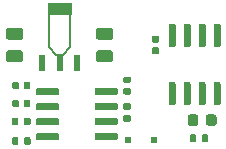
<source format=gbr>
G04 #@! TF.GenerationSoftware,KiCad,Pcbnew,(5.1.5)-3*
G04 #@! TF.CreationDate,2021-01-13T22:22:19-08:00*
G04 #@! TF.ProjectId,MoistureSensor,4d6f6973-7475-4726-9553-656e736f722e,rev?*
G04 #@! TF.SameCoordinates,Original*
G04 #@! TF.FileFunction,Paste,Top*
G04 #@! TF.FilePolarity,Positive*
%FSLAX46Y46*%
G04 Gerber Fmt 4.6, Leading zero omitted, Abs format (unit mm)*
G04 Created by KiCad (PCBNEW (5.1.5)-3) date 2021-01-13 22:22:19*
%MOMM*%
%LPD*%
G04 APERTURE LIST*
%ADD10C,0.152400*%
%ADD11R,0.482600X1.397000*%
%ADD12R,0.558800X1.397000*%
%ADD13R,2.000000X1.000000*%
%ADD14C,0.100000*%
%ADD15R,0.500000X0.500000*%
G04 APERTURE END LIST*
D10*
X135356600Y-68148200D02*
X135356600Y-68148200D01*
X135356600Y-68148200D02*
X134721600Y-67513200D01*
X134721600Y-67513200D02*
X134721600Y-63931800D01*
X134721600Y-63931800D02*
X136550400Y-63931800D01*
X136550400Y-63931800D02*
X136550400Y-67513200D01*
X136550400Y-67513200D02*
X135915400Y-68148200D01*
X135915400Y-68148200D02*
X135915400Y-68148200D01*
X135915400Y-68148200D02*
X135356600Y-68148200D01*
D11*
X134137400Y-68846700D03*
D12*
X135636000Y-68846700D03*
D11*
X137134600Y-68846700D03*
D13*
X135636000Y-64262000D03*
D14*
G36*
X135461203Y-74757722D02*
G01*
X135475764Y-74759882D01*
X135490043Y-74763459D01*
X135503903Y-74768418D01*
X135517210Y-74774712D01*
X135529836Y-74782280D01*
X135541659Y-74791048D01*
X135552566Y-74800934D01*
X135562452Y-74811841D01*
X135571220Y-74823664D01*
X135578788Y-74836290D01*
X135585082Y-74849597D01*
X135590041Y-74863457D01*
X135593618Y-74877736D01*
X135595778Y-74892297D01*
X135596500Y-74907000D01*
X135596500Y-75207000D01*
X135595778Y-75221703D01*
X135593618Y-75236264D01*
X135590041Y-75250543D01*
X135585082Y-75264403D01*
X135578788Y-75277710D01*
X135571220Y-75290336D01*
X135562452Y-75302159D01*
X135552566Y-75313066D01*
X135541659Y-75322952D01*
X135529836Y-75331720D01*
X135517210Y-75339288D01*
X135503903Y-75345582D01*
X135490043Y-75350541D01*
X135475764Y-75354118D01*
X135461203Y-75356278D01*
X135446500Y-75357000D01*
X133796500Y-75357000D01*
X133781797Y-75356278D01*
X133767236Y-75354118D01*
X133752957Y-75350541D01*
X133739097Y-75345582D01*
X133725790Y-75339288D01*
X133713164Y-75331720D01*
X133701341Y-75322952D01*
X133690434Y-75313066D01*
X133680548Y-75302159D01*
X133671780Y-75290336D01*
X133664212Y-75277710D01*
X133657918Y-75264403D01*
X133652959Y-75250543D01*
X133649382Y-75236264D01*
X133647222Y-75221703D01*
X133646500Y-75207000D01*
X133646500Y-74907000D01*
X133647222Y-74892297D01*
X133649382Y-74877736D01*
X133652959Y-74863457D01*
X133657918Y-74849597D01*
X133664212Y-74836290D01*
X133671780Y-74823664D01*
X133680548Y-74811841D01*
X133690434Y-74800934D01*
X133701341Y-74791048D01*
X133713164Y-74782280D01*
X133725790Y-74774712D01*
X133739097Y-74768418D01*
X133752957Y-74763459D01*
X133767236Y-74759882D01*
X133781797Y-74757722D01*
X133796500Y-74757000D01*
X135446500Y-74757000D01*
X135461203Y-74757722D01*
G37*
G36*
X135461203Y-73487722D02*
G01*
X135475764Y-73489882D01*
X135490043Y-73493459D01*
X135503903Y-73498418D01*
X135517210Y-73504712D01*
X135529836Y-73512280D01*
X135541659Y-73521048D01*
X135552566Y-73530934D01*
X135562452Y-73541841D01*
X135571220Y-73553664D01*
X135578788Y-73566290D01*
X135585082Y-73579597D01*
X135590041Y-73593457D01*
X135593618Y-73607736D01*
X135595778Y-73622297D01*
X135596500Y-73637000D01*
X135596500Y-73937000D01*
X135595778Y-73951703D01*
X135593618Y-73966264D01*
X135590041Y-73980543D01*
X135585082Y-73994403D01*
X135578788Y-74007710D01*
X135571220Y-74020336D01*
X135562452Y-74032159D01*
X135552566Y-74043066D01*
X135541659Y-74052952D01*
X135529836Y-74061720D01*
X135517210Y-74069288D01*
X135503903Y-74075582D01*
X135490043Y-74080541D01*
X135475764Y-74084118D01*
X135461203Y-74086278D01*
X135446500Y-74087000D01*
X133796500Y-74087000D01*
X133781797Y-74086278D01*
X133767236Y-74084118D01*
X133752957Y-74080541D01*
X133739097Y-74075582D01*
X133725790Y-74069288D01*
X133713164Y-74061720D01*
X133701341Y-74052952D01*
X133690434Y-74043066D01*
X133680548Y-74032159D01*
X133671780Y-74020336D01*
X133664212Y-74007710D01*
X133657918Y-73994403D01*
X133652959Y-73980543D01*
X133649382Y-73966264D01*
X133647222Y-73951703D01*
X133646500Y-73937000D01*
X133646500Y-73637000D01*
X133647222Y-73622297D01*
X133649382Y-73607736D01*
X133652959Y-73593457D01*
X133657918Y-73579597D01*
X133664212Y-73566290D01*
X133671780Y-73553664D01*
X133680548Y-73541841D01*
X133690434Y-73530934D01*
X133701341Y-73521048D01*
X133713164Y-73512280D01*
X133725790Y-73504712D01*
X133739097Y-73498418D01*
X133752957Y-73493459D01*
X133767236Y-73489882D01*
X133781797Y-73487722D01*
X133796500Y-73487000D01*
X135446500Y-73487000D01*
X135461203Y-73487722D01*
G37*
G36*
X135461203Y-72217722D02*
G01*
X135475764Y-72219882D01*
X135490043Y-72223459D01*
X135503903Y-72228418D01*
X135517210Y-72234712D01*
X135529836Y-72242280D01*
X135541659Y-72251048D01*
X135552566Y-72260934D01*
X135562452Y-72271841D01*
X135571220Y-72283664D01*
X135578788Y-72296290D01*
X135585082Y-72309597D01*
X135590041Y-72323457D01*
X135593618Y-72337736D01*
X135595778Y-72352297D01*
X135596500Y-72367000D01*
X135596500Y-72667000D01*
X135595778Y-72681703D01*
X135593618Y-72696264D01*
X135590041Y-72710543D01*
X135585082Y-72724403D01*
X135578788Y-72737710D01*
X135571220Y-72750336D01*
X135562452Y-72762159D01*
X135552566Y-72773066D01*
X135541659Y-72782952D01*
X135529836Y-72791720D01*
X135517210Y-72799288D01*
X135503903Y-72805582D01*
X135490043Y-72810541D01*
X135475764Y-72814118D01*
X135461203Y-72816278D01*
X135446500Y-72817000D01*
X133796500Y-72817000D01*
X133781797Y-72816278D01*
X133767236Y-72814118D01*
X133752957Y-72810541D01*
X133739097Y-72805582D01*
X133725790Y-72799288D01*
X133713164Y-72791720D01*
X133701341Y-72782952D01*
X133690434Y-72773066D01*
X133680548Y-72762159D01*
X133671780Y-72750336D01*
X133664212Y-72737710D01*
X133657918Y-72724403D01*
X133652959Y-72710543D01*
X133649382Y-72696264D01*
X133647222Y-72681703D01*
X133646500Y-72667000D01*
X133646500Y-72367000D01*
X133647222Y-72352297D01*
X133649382Y-72337736D01*
X133652959Y-72323457D01*
X133657918Y-72309597D01*
X133664212Y-72296290D01*
X133671780Y-72283664D01*
X133680548Y-72271841D01*
X133690434Y-72260934D01*
X133701341Y-72251048D01*
X133713164Y-72242280D01*
X133725790Y-72234712D01*
X133739097Y-72228418D01*
X133752957Y-72223459D01*
X133767236Y-72219882D01*
X133781797Y-72217722D01*
X133796500Y-72217000D01*
X135446500Y-72217000D01*
X135461203Y-72217722D01*
G37*
G36*
X135461203Y-70947722D02*
G01*
X135475764Y-70949882D01*
X135490043Y-70953459D01*
X135503903Y-70958418D01*
X135517210Y-70964712D01*
X135529836Y-70972280D01*
X135541659Y-70981048D01*
X135552566Y-70990934D01*
X135562452Y-71001841D01*
X135571220Y-71013664D01*
X135578788Y-71026290D01*
X135585082Y-71039597D01*
X135590041Y-71053457D01*
X135593618Y-71067736D01*
X135595778Y-71082297D01*
X135596500Y-71097000D01*
X135596500Y-71397000D01*
X135595778Y-71411703D01*
X135593618Y-71426264D01*
X135590041Y-71440543D01*
X135585082Y-71454403D01*
X135578788Y-71467710D01*
X135571220Y-71480336D01*
X135562452Y-71492159D01*
X135552566Y-71503066D01*
X135541659Y-71512952D01*
X135529836Y-71521720D01*
X135517210Y-71529288D01*
X135503903Y-71535582D01*
X135490043Y-71540541D01*
X135475764Y-71544118D01*
X135461203Y-71546278D01*
X135446500Y-71547000D01*
X133796500Y-71547000D01*
X133781797Y-71546278D01*
X133767236Y-71544118D01*
X133752957Y-71540541D01*
X133739097Y-71535582D01*
X133725790Y-71529288D01*
X133713164Y-71521720D01*
X133701341Y-71512952D01*
X133690434Y-71503066D01*
X133680548Y-71492159D01*
X133671780Y-71480336D01*
X133664212Y-71467710D01*
X133657918Y-71454403D01*
X133652959Y-71440543D01*
X133649382Y-71426264D01*
X133647222Y-71411703D01*
X133646500Y-71397000D01*
X133646500Y-71097000D01*
X133647222Y-71082297D01*
X133649382Y-71067736D01*
X133652959Y-71053457D01*
X133657918Y-71039597D01*
X133664212Y-71026290D01*
X133671780Y-71013664D01*
X133680548Y-71001841D01*
X133690434Y-70990934D01*
X133701341Y-70981048D01*
X133713164Y-70972280D01*
X133725790Y-70964712D01*
X133739097Y-70958418D01*
X133752957Y-70953459D01*
X133767236Y-70949882D01*
X133781797Y-70947722D01*
X133796500Y-70947000D01*
X135446500Y-70947000D01*
X135461203Y-70947722D01*
G37*
G36*
X140411203Y-70947722D02*
G01*
X140425764Y-70949882D01*
X140440043Y-70953459D01*
X140453903Y-70958418D01*
X140467210Y-70964712D01*
X140479836Y-70972280D01*
X140491659Y-70981048D01*
X140502566Y-70990934D01*
X140512452Y-71001841D01*
X140521220Y-71013664D01*
X140528788Y-71026290D01*
X140535082Y-71039597D01*
X140540041Y-71053457D01*
X140543618Y-71067736D01*
X140545778Y-71082297D01*
X140546500Y-71097000D01*
X140546500Y-71397000D01*
X140545778Y-71411703D01*
X140543618Y-71426264D01*
X140540041Y-71440543D01*
X140535082Y-71454403D01*
X140528788Y-71467710D01*
X140521220Y-71480336D01*
X140512452Y-71492159D01*
X140502566Y-71503066D01*
X140491659Y-71512952D01*
X140479836Y-71521720D01*
X140467210Y-71529288D01*
X140453903Y-71535582D01*
X140440043Y-71540541D01*
X140425764Y-71544118D01*
X140411203Y-71546278D01*
X140396500Y-71547000D01*
X138746500Y-71547000D01*
X138731797Y-71546278D01*
X138717236Y-71544118D01*
X138702957Y-71540541D01*
X138689097Y-71535582D01*
X138675790Y-71529288D01*
X138663164Y-71521720D01*
X138651341Y-71512952D01*
X138640434Y-71503066D01*
X138630548Y-71492159D01*
X138621780Y-71480336D01*
X138614212Y-71467710D01*
X138607918Y-71454403D01*
X138602959Y-71440543D01*
X138599382Y-71426264D01*
X138597222Y-71411703D01*
X138596500Y-71397000D01*
X138596500Y-71097000D01*
X138597222Y-71082297D01*
X138599382Y-71067736D01*
X138602959Y-71053457D01*
X138607918Y-71039597D01*
X138614212Y-71026290D01*
X138621780Y-71013664D01*
X138630548Y-71001841D01*
X138640434Y-70990934D01*
X138651341Y-70981048D01*
X138663164Y-70972280D01*
X138675790Y-70964712D01*
X138689097Y-70958418D01*
X138702957Y-70953459D01*
X138717236Y-70949882D01*
X138731797Y-70947722D01*
X138746500Y-70947000D01*
X140396500Y-70947000D01*
X140411203Y-70947722D01*
G37*
G36*
X140411203Y-72217722D02*
G01*
X140425764Y-72219882D01*
X140440043Y-72223459D01*
X140453903Y-72228418D01*
X140467210Y-72234712D01*
X140479836Y-72242280D01*
X140491659Y-72251048D01*
X140502566Y-72260934D01*
X140512452Y-72271841D01*
X140521220Y-72283664D01*
X140528788Y-72296290D01*
X140535082Y-72309597D01*
X140540041Y-72323457D01*
X140543618Y-72337736D01*
X140545778Y-72352297D01*
X140546500Y-72367000D01*
X140546500Y-72667000D01*
X140545778Y-72681703D01*
X140543618Y-72696264D01*
X140540041Y-72710543D01*
X140535082Y-72724403D01*
X140528788Y-72737710D01*
X140521220Y-72750336D01*
X140512452Y-72762159D01*
X140502566Y-72773066D01*
X140491659Y-72782952D01*
X140479836Y-72791720D01*
X140467210Y-72799288D01*
X140453903Y-72805582D01*
X140440043Y-72810541D01*
X140425764Y-72814118D01*
X140411203Y-72816278D01*
X140396500Y-72817000D01*
X138746500Y-72817000D01*
X138731797Y-72816278D01*
X138717236Y-72814118D01*
X138702957Y-72810541D01*
X138689097Y-72805582D01*
X138675790Y-72799288D01*
X138663164Y-72791720D01*
X138651341Y-72782952D01*
X138640434Y-72773066D01*
X138630548Y-72762159D01*
X138621780Y-72750336D01*
X138614212Y-72737710D01*
X138607918Y-72724403D01*
X138602959Y-72710543D01*
X138599382Y-72696264D01*
X138597222Y-72681703D01*
X138596500Y-72667000D01*
X138596500Y-72367000D01*
X138597222Y-72352297D01*
X138599382Y-72337736D01*
X138602959Y-72323457D01*
X138607918Y-72309597D01*
X138614212Y-72296290D01*
X138621780Y-72283664D01*
X138630548Y-72271841D01*
X138640434Y-72260934D01*
X138651341Y-72251048D01*
X138663164Y-72242280D01*
X138675790Y-72234712D01*
X138689097Y-72228418D01*
X138702957Y-72223459D01*
X138717236Y-72219882D01*
X138731797Y-72217722D01*
X138746500Y-72217000D01*
X140396500Y-72217000D01*
X140411203Y-72217722D01*
G37*
G36*
X140411203Y-73487722D02*
G01*
X140425764Y-73489882D01*
X140440043Y-73493459D01*
X140453903Y-73498418D01*
X140467210Y-73504712D01*
X140479836Y-73512280D01*
X140491659Y-73521048D01*
X140502566Y-73530934D01*
X140512452Y-73541841D01*
X140521220Y-73553664D01*
X140528788Y-73566290D01*
X140535082Y-73579597D01*
X140540041Y-73593457D01*
X140543618Y-73607736D01*
X140545778Y-73622297D01*
X140546500Y-73637000D01*
X140546500Y-73937000D01*
X140545778Y-73951703D01*
X140543618Y-73966264D01*
X140540041Y-73980543D01*
X140535082Y-73994403D01*
X140528788Y-74007710D01*
X140521220Y-74020336D01*
X140512452Y-74032159D01*
X140502566Y-74043066D01*
X140491659Y-74052952D01*
X140479836Y-74061720D01*
X140467210Y-74069288D01*
X140453903Y-74075582D01*
X140440043Y-74080541D01*
X140425764Y-74084118D01*
X140411203Y-74086278D01*
X140396500Y-74087000D01*
X138746500Y-74087000D01*
X138731797Y-74086278D01*
X138717236Y-74084118D01*
X138702957Y-74080541D01*
X138689097Y-74075582D01*
X138675790Y-74069288D01*
X138663164Y-74061720D01*
X138651341Y-74052952D01*
X138640434Y-74043066D01*
X138630548Y-74032159D01*
X138621780Y-74020336D01*
X138614212Y-74007710D01*
X138607918Y-73994403D01*
X138602959Y-73980543D01*
X138599382Y-73966264D01*
X138597222Y-73951703D01*
X138596500Y-73937000D01*
X138596500Y-73637000D01*
X138597222Y-73622297D01*
X138599382Y-73607736D01*
X138602959Y-73593457D01*
X138607918Y-73579597D01*
X138614212Y-73566290D01*
X138621780Y-73553664D01*
X138630548Y-73541841D01*
X138640434Y-73530934D01*
X138651341Y-73521048D01*
X138663164Y-73512280D01*
X138675790Y-73504712D01*
X138689097Y-73498418D01*
X138702957Y-73493459D01*
X138717236Y-73489882D01*
X138731797Y-73487722D01*
X138746500Y-73487000D01*
X140396500Y-73487000D01*
X140411203Y-73487722D01*
G37*
G36*
X140411203Y-74757722D02*
G01*
X140425764Y-74759882D01*
X140440043Y-74763459D01*
X140453903Y-74768418D01*
X140467210Y-74774712D01*
X140479836Y-74782280D01*
X140491659Y-74791048D01*
X140502566Y-74800934D01*
X140512452Y-74811841D01*
X140521220Y-74823664D01*
X140528788Y-74836290D01*
X140535082Y-74849597D01*
X140540041Y-74863457D01*
X140543618Y-74877736D01*
X140545778Y-74892297D01*
X140546500Y-74907000D01*
X140546500Y-75207000D01*
X140545778Y-75221703D01*
X140543618Y-75236264D01*
X140540041Y-75250543D01*
X140535082Y-75264403D01*
X140528788Y-75277710D01*
X140521220Y-75290336D01*
X140512452Y-75302159D01*
X140502566Y-75313066D01*
X140491659Y-75322952D01*
X140479836Y-75331720D01*
X140467210Y-75339288D01*
X140453903Y-75345582D01*
X140440043Y-75350541D01*
X140425764Y-75354118D01*
X140411203Y-75356278D01*
X140396500Y-75357000D01*
X138746500Y-75357000D01*
X138731797Y-75356278D01*
X138717236Y-75354118D01*
X138702957Y-75350541D01*
X138689097Y-75345582D01*
X138675790Y-75339288D01*
X138663164Y-75331720D01*
X138651341Y-75322952D01*
X138640434Y-75313066D01*
X138630548Y-75302159D01*
X138621780Y-75290336D01*
X138614212Y-75277710D01*
X138607918Y-75264403D01*
X138602959Y-75250543D01*
X138599382Y-75236264D01*
X138597222Y-75221703D01*
X138596500Y-75207000D01*
X138596500Y-74907000D01*
X138597222Y-74892297D01*
X138599382Y-74877736D01*
X138602959Y-74863457D01*
X138607918Y-74849597D01*
X138614212Y-74836290D01*
X138621780Y-74823664D01*
X138630548Y-74811841D01*
X138640434Y-74800934D01*
X138651341Y-74791048D01*
X138663164Y-74782280D01*
X138675790Y-74774712D01*
X138689097Y-74768418D01*
X138702957Y-74763459D01*
X138717236Y-74759882D01*
X138731797Y-74757722D01*
X138746500Y-74757000D01*
X140396500Y-74757000D01*
X140411203Y-74757722D01*
G37*
G36*
X133031222Y-71953674D02*
G01*
X133044813Y-71955690D01*
X133058140Y-71959028D01*
X133071076Y-71963657D01*
X133083496Y-71969531D01*
X133095280Y-71976594D01*
X133106315Y-71984779D01*
X133116495Y-71994005D01*
X133125721Y-72004185D01*
X133133906Y-72015220D01*
X133140969Y-72027004D01*
X133146843Y-72039424D01*
X133151472Y-72052360D01*
X133154810Y-72065687D01*
X133156826Y-72079278D01*
X133157500Y-72093000D01*
X133157500Y-72433000D01*
X133156826Y-72446722D01*
X133154810Y-72460313D01*
X133151472Y-72473640D01*
X133146843Y-72486576D01*
X133140969Y-72498996D01*
X133133906Y-72510780D01*
X133125721Y-72521815D01*
X133116495Y-72531995D01*
X133106315Y-72541221D01*
X133095280Y-72549406D01*
X133083496Y-72556469D01*
X133071076Y-72562343D01*
X133058140Y-72566972D01*
X133044813Y-72570310D01*
X133031222Y-72572326D01*
X133017500Y-72573000D01*
X132737500Y-72573000D01*
X132723778Y-72572326D01*
X132710187Y-72570310D01*
X132696860Y-72566972D01*
X132683924Y-72562343D01*
X132671504Y-72556469D01*
X132659720Y-72549406D01*
X132648685Y-72541221D01*
X132638505Y-72531995D01*
X132629279Y-72521815D01*
X132621094Y-72510780D01*
X132614031Y-72498996D01*
X132608157Y-72486576D01*
X132603528Y-72473640D01*
X132600190Y-72460313D01*
X132598174Y-72446722D01*
X132597500Y-72433000D01*
X132597500Y-72093000D01*
X132598174Y-72079278D01*
X132600190Y-72065687D01*
X132603528Y-72052360D01*
X132608157Y-72039424D01*
X132614031Y-72027004D01*
X132621094Y-72015220D01*
X132629279Y-72004185D01*
X132638505Y-71994005D01*
X132648685Y-71984779D01*
X132659720Y-71976594D01*
X132671504Y-71969531D01*
X132683924Y-71963657D01*
X132696860Y-71959028D01*
X132710187Y-71955690D01*
X132723778Y-71953674D01*
X132737500Y-71953000D01*
X133017500Y-71953000D01*
X133031222Y-71953674D01*
G37*
G36*
X132071222Y-71953674D02*
G01*
X132084813Y-71955690D01*
X132098140Y-71959028D01*
X132111076Y-71963657D01*
X132123496Y-71969531D01*
X132135280Y-71976594D01*
X132146315Y-71984779D01*
X132156495Y-71994005D01*
X132165721Y-72004185D01*
X132173906Y-72015220D01*
X132180969Y-72027004D01*
X132186843Y-72039424D01*
X132191472Y-72052360D01*
X132194810Y-72065687D01*
X132196826Y-72079278D01*
X132197500Y-72093000D01*
X132197500Y-72433000D01*
X132196826Y-72446722D01*
X132194810Y-72460313D01*
X132191472Y-72473640D01*
X132186843Y-72486576D01*
X132180969Y-72498996D01*
X132173906Y-72510780D01*
X132165721Y-72521815D01*
X132156495Y-72531995D01*
X132146315Y-72541221D01*
X132135280Y-72549406D01*
X132123496Y-72556469D01*
X132111076Y-72562343D01*
X132098140Y-72566972D01*
X132084813Y-72570310D01*
X132071222Y-72572326D01*
X132057500Y-72573000D01*
X131777500Y-72573000D01*
X131763778Y-72572326D01*
X131750187Y-72570310D01*
X131736860Y-72566972D01*
X131723924Y-72562343D01*
X131711504Y-72556469D01*
X131699720Y-72549406D01*
X131688685Y-72541221D01*
X131678505Y-72531995D01*
X131669279Y-72521815D01*
X131661094Y-72510780D01*
X131654031Y-72498996D01*
X131648157Y-72486576D01*
X131643528Y-72473640D01*
X131640190Y-72460313D01*
X131638174Y-72446722D01*
X131637500Y-72433000D01*
X131637500Y-72093000D01*
X131638174Y-72079278D01*
X131640190Y-72065687D01*
X131643528Y-72052360D01*
X131648157Y-72039424D01*
X131654031Y-72027004D01*
X131661094Y-72015220D01*
X131669279Y-72004185D01*
X131678505Y-71994005D01*
X131688685Y-71984779D01*
X131699720Y-71976594D01*
X131711504Y-71969531D01*
X131723924Y-71963657D01*
X131736860Y-71959028D01*
X131750187Y-71955690D01*
X131763778Y-71953674D01*
X131777500Y-71953000D01*
X132057500Y-71953000D01*
X132071222Y-71953674D01*
G37*
G36*
X132325504Y-65861204D02*
G01*
X132349773Y-65864804D01*
X132373571Y-65870765D01*
X132396671Y-65879030D01*
X132418849Y-65889520D01*
X132439893Y-65902133D01*
X132459598Y-65916747D01*
X132477777Y-65933223D01*
X132494253Y-65951402D01*
X132508867Y-65971107D01*
X132521480Y-65992151D01*
X132531970Y-66014329D01*
X132540235Y-66037429D01*
X132546196Y-66061227D01*
X132549796Y-66085496D01*
X132551000Y-66110000D01*
X132551000Y-66610000D01*
X132549796Y-66634504D01*
X132546196Y-66658773D01*
X132540235Y-66682571D01*
X132531970Y-66705671D01*
X132521480Y-66727849D01*
X132508867Y-66748893D01*
X132494253Y-66768598D01*
X132477777Y-66786777D01*
X132459598Y-66803253D01*
X132439893Y-66817867D01*
X132418849Y-66830480D01*
X132396671Y-66840970D01*
X132373571Y-66849235D01*
X132349773Y-66855196D01*
X132325504Y-66858796D01*
X132301000Y-66860000D01*
X131351000Y-66860000D01*
X131326496Y-66858796D01*
X131302227Y-66855196D01*
X131278429Y-66849235D01*
X131255329Y-66840970D01*
X131233151Y-66830480D01*
X131212107Y-66817867D01*
X131192402Y-66803253D01*
X131174223Y-66786777D01*
X131157747Y-66768598D01*
X131143133Y-66748893D01*
X131130520Y-66727849D01*
X131120030Y-66705671D01*
X131111765Y-66682571D01*
X131105804Y-66658773D01*
X131102204Y-66634504D01*
X131101000Y-66610000D01*
X131101000Y-66110000D01*
X131102204Y-66085496D01*
X131105804Y-66061227D01*
X131111765Y-66037429D01*
X131120030Y-66014329D01*
X131130520Y-65992151D01*
X131143133Y-65971107D01*
X131157747Y-65951402D01*
X131174223Y-65933223D01*
X131192402Y-65916747D01*
X131212107Y-65902133D01*
X131233151Y-65889520D01*
X131255329Y-65879030D01*
X131278429Y-65870765D01*
X131302227Y-65864804D01*
X131326496Y-65861204D01*
X131351000Y-65860000D01*
X132301000Y-65860000D01*
X132325504Y-65861204D01*
G37*
G36*
X132325504Y-67761204D02*
G01*
X132349773Y-67764804D01*
X132373571Y-67770765D01*
X132396671Y-67779030D01*
X132418849Y-67789520D01*
X132439893Y-67802133D01*
X132459598Y-67816747D01*
X132477777Y-67833223D01*
X132494253Y-67851402D01*
X132508867Y-67871107D01*
X132521480Y-67892151D01*
X132531970Y-67914329D01*
X132540235Y-67937429D01*
X132546196Y-67961227D01*
X132549796Y-67985496D01*
X132551000Y-68010000D01*
X132551000Y-68510000D01*
X132549796Y-68534504D01*
X132546196Y-68558773D01*
X132540235Y-68582571D01*
X132531970Y-68605671D01*
X132521480Y-68627849D01*
X132508867Y-68648893D01*
X132494253Y-68668598D01*
X132477777Y-68686777D01*
X132459598Y-68703253D01*
X132439893Y-68717867D01*
X132418849Y-68730480D01*
X132396671Y-68740970D01*
X132373571Y-68749235D01*
X132349773Y-68755196D01*
X132325504Y-68758796D01*
X132301000Y-68760000D01*
X131351000Y-68760000D01*
X131326496Y-68758796D01*
X131302227Y-68755196D01*
X131278429Y-68749235D01*
X131255329Y-68740970D01*
X131233151Y-68730480D01*
X131212107Y-68717867D01*
X131192402Y-68703253D01*
X131174223Y-68686777D01*
X131157747Y-68668598D01*
X131143133Y-68648893D01*
X131130520Y-68627849D01*
X131120030Y-68605671D01*
X131111765Y-68582571D01*
X131105804Y-68558773D01*
X131102204Y-68534504D01*
X131101000Y-68510000D01*
X131101000Y-68010000D01*
X131102204Y-67985496D01*
X131105804Y-67961227D01*
X131111765Y-67937429D01*
X131120030Y-67914329D01*
X131130520Y-67892151D01*
X131143133Y-67871107D01*
X131157747Y-67851402D01*
X131174223Y-67833223D01*
X131192402Y-67816747D01*
X131212107Y-67802133D01*
X131233151Y-67789520D01*
X131255329Y-67779030D01*
X131278429Y-67770765D01*
X131302227Y-67764804D01*
X131326496Y-67761204D01*
X131351000Y-67760000D01*
X132301000Y-67760000D01*
X132325504Y-67761204D01*
G37*
G36*
X139945504Y-67761204D02*
G01*
X139969773Y-67764804D01*
X139993571Y-67770765D01*
X140016671Y-67779030D01*
X140038849Y-67789520D01*
X140059893Y-67802133D01*
X140079598Y-67816747D01*
X140097777Y-67833223D01*
X140114253Y-67851402D01*
X140128867Y-67871107D01*
X140141480Y-67892151D01*
X140151970Y-67914329D01*
X140160235Y-67937429D01*
X140166196Y-67961227D01*
X140169796Y-67985496D01*
X140171000Y-68010000D01*
X140171000Y-68510000D01*
X140169796Y-68534504D01*
X140166196Y-68558773D01*
X140160235Y-68582571D01*
X140151970Y-68605671D01*
X140141480Y-68627849D01*
X140128867Y-68648893D01*
X140114253Y-68668598D01*
X140097777Y-68686777D01*
X140079598Y-68703253D01*
X140059893Y-68717867D01*
X140038849Y-68730480D01*
X140016671Y-68740970D01*
X139993571Y-68749235D01*
X139969773Y-68755196D01*
X139945504Y-68758796D01*
X139921000Y-68760000D01*
X138971000Y-68760000D01*
X138946496Y-68758796D01*
X138922227Y-68755196D01*
X138898429Y-68749235D01*
X138875329Y-68740970D01*
X138853151Y-68730480D01*
X138832107Y-68717867D01*
X138812402Y-68703253D01*
X138794223Y-68686777D01*
X138777747Y-68668598D01*
X138763133Y-68648893D01*
X138750520Y-68627849D01*
X138740030Y-68605671D01*
X138731765Y-68582571D01*
X138725804Y-68558773D01*
X138722204Y-68534504D01*
X138721000Y-68510000D01*
X138721000Y-68010000D01*
X138722204Y-67985496D01*
X138725804Y-67961227D01*
X138731765Y-67937429D01*
X138740030Y-67914329D01*
X138750520Y-67892151D01*
X138763133Y-67871107D01*
X138777747Y-67851402D01*
X138794223Y-67833223D01*
X138812402Y-67816747D01*
X138832107Y-67802133D01*
X138853151Y-67789520D01*
X138875329Y-67779030D01*
X138898429Y-67770765D01*
X138922227Y-67764804D01*
X138946496Y-67761204D01*
X138971000Y-67760000D01*
X139921000Y-67760000D01*
X139945504Y-67761204D01*
G37*
G36*
X139945504Y-65861204D02*
G01*
X139969773Y-65864804D01*
X139993571Y-65870765D01*
X140016671Y-65879030D01*
X140038849Y-65889520D01*
X140059893Y-65902133D01*
X140079598Y-65916747D01*
X140097777Y-65933223D01*
X140114253Y-65951402D01*
X140128867Y-65971107D01*
X140141480Y-65992151D01*
X140151970Y-66014329D01*
X140160235Y-66037429D01*
X140166196Y-66061227D01*
X140169796Y-66085496D01*
X140171000Y-66110000D01*
X140171000Y-66610000D01*
X140169796Y-66634504D01*
X140166196Y-66658773D01*
X140160235Y-66682571D01*
X140151970Y-66705671D01*
X140141480Y-66727849D01*
X140128867Y-66748893D01*
X140114253Y-66768598D01*
X140097777Y-66786777D01*
X140079598Y-66803253D01*
X140059893Y-66817867D01*
X140038849Y-66830480D01*
X140016671Y-66840970D01*
X139993571Y-66849235D01*
X139969773Y-66855196D01*
X139945504Y-66858796D01*
X139921000Y-66860000D01*
X138971000Y-66860000D01*
X138946496Y-66858796D01*
X138922227Y-66855196D01*
X138898429Y-66849235D01*
X138875329Y-66840970D01*
X138853151Y-66830480D01*
X138832107Y-66817867D01*
X138812402Y-66803253D01*
X138794223Y-66786777D01*
X138777747Y-66768598D01*
X138763133Y-66748893D01*
X138750520Y-66727849D01*
X138740030Y-66705671D01*
X138731765Y-66682571D01*
X138725804Y-66658773D01*
X138722204Y-66634504D01*
X138721000Y-66610000D01*
X138721000Y-66110000D01*
X138722204Y-66085496D01*
X138725804Y-66061227D01*
X138731765Y-66037429D01*
X138740030Y-66014329D01*
X138750520Y-65992151D01*
X138763133Y-65971107D01*
X138777747Y-65951402D01*
X138794223Y-65933223D01*
X138812402Y-65916747D01*
X138832107Y-65902133D01*
X138853151Y-65889520D01*
X138875329Y-65879030D01*
X138898429Y-65870765D01*
X138922227Y-65864804D01*
X138946496Y-65861204D01*
X138971000Y-65860000D01*
X139921000Y-65860000D01*
X139945504Y-65861204D01*
G37*
G36*
X141534722Y-69979674D02*
G01*
X141548313Y-69981690D01*
X141561640Y-69985028D01*
X141574576Y-69989657D01*
X141586996Y-69995531D01*
X141598780Y-70002594D01*
X141609815Y-70010779D01*
X141619995Y-70020005D01*
X141629221Y-70030185D01*
X141637406Y-70041220D01*
X141644469Y-70053004D01*
X141650343Y-70065424D01*
X141654972Y-70078360D01*
X141658310Y-70091687D01*
X141660326Y-70105278D01*
X141661000Y-70119000D01*
X141661000Y-70399000D01*
X141660326Y-70412722D01*
X141658310Y-70426313D01*
X141654972Y-70439640D01*
X141650343Y-70452576D01*
X141644469Y-70464996D01*
X141637406Y-70476780D01*
X141629221Y-70487815D01*
X141619995Y-70497995D01*
X141609815Y-70507221D01*
X141598780Y-70515406D01*
X141586996Y-70522469D01*
X141574576Y-70528343D01*
X141561640Y-70532972D01*
X141548313Y-70536310D01*
X141534722Y-70538326D01*
X141521000Y-70539000D01*
X141181000Y-70539000D01*
X141167278Y-70538326D01*
X141153687Y-70536310D01*
X141140360Y-70532972D01*
X141127424Y-70528343D01*
X141115004Y-70522469D01*
X141103220Y-70515406D01*
X141092185Y-70507221D01*
X141082005Y-70497995D01*
X141072779Y-70487815D01*
X141064594Y-70476780D01*
X141057531Y-70464996D01*
X141051657Y-70452576D01*
X141047028Y-70439640D01*
X141043690Y-70426313D01*
X141041674Y-70412722D01*
X141041000Y-70399000D01*
X141041000Y-70119000D01*
X141041674Y-70105278D01*
X141043690Y-70091687D01*
X141047028Y-70078360D01*
X141051657Y-70065424D01*
X141057531Y-70053004D01*
X141064594Y-70041220D01*
X141072779Y-70030185D01*
X141082005Y-70020005D01*
X141092185Y-70010779D01*
X141103220Y-70002594D01*
X141115004Y-69995531D01*
X141127424Y-69989657D01*
X141140360Y-69985028D01*
X141153687Y-69981690D01*
X141167278Y-69979674D01*
X141181000Y-69979000D01*
X141521000Y-69979000D01*
X141534722Y-69979674D01*
G37*
G36*
X141534722Y-70939674D02*
G01*
X141548313Y-70941690D01*
X141561640Y-70945028D01*
X141574576Y-70949657D01*
X141586996Y-70955531D01*
X141598780Y-70962594D01*
X141609815Y-70970779D01*
X141619995Y-70980005D01*
X141629221Y-70990185D01*
X141637406Y-71001220D01*
X141644469Y-71013004D01*
X141650343Y-71025424D01*
X141654972Y-71038360D01*
X141658310Y-71051687D01*
X141660326Y-71065278D01*
X141661000Y-71079000D01*
X141661000Y-71359000D01*
X141660326Y-71372722D01*
X141658310Y-71386313D01*
X141654972Y-71399640D01*
X141650343Y-71412576D01*
X141644469Y-71424996D01*
X141637406Y-71436780D01*
X141629221Y-71447815D01*
X141619995Y-71457995D01*
X141609815Y-71467221D01*
X141598780Y-71475406D01*
X141586996Y-71482469D01*
X141574576Y-71488343D01*
X141561640Y-71492972D01*
X141548313Y-71496310D01*
X141534722Y-71498326D01*
X141521000Y-71499000D01*
X141181000Y-71499000D01*
X141167278Y-71498326D01*
X141153687Y-71496310D01*
X141140360Y-71492972D01*
X141127424Y-71488343D01*
X141115004Y-71482469D01*
X141103220Y-71475406D01*
X141092185Y-71467221D01*
X141082005Y-71457995D01*
X141072779Y-71447815D01*
X141064594Y-71436780D01*
X141057531Y-71424996D01*
X141051657Y-71412576D01*
X141047028Y-71399640D01*
X141043690Y-71386313D01*
X141041674Y-71372722D01*
X141041000Y-71359000D01*
X141041000Y-71079000D01*
X141041674Y-71065278D01*
X141043690Y-71051687D01*
X141047028Y-71038360D01*
X141051657Y-71025424D01*
X141057531Y-71013004D01*
X141064594Y-71001220D01*
X141072779Y-70990185D01*
X141082005Y-70980005D01*
X141092185Y-70970779D01*
X141103220Y-70962594D01*
X141115004Y-70955531D01*
X141127424Y-70949657D01*
X141140360Y-70945028D01*
X141153687Y-70941690D01*
X141167278Y-70939674D01*
X141181000Y-70939000D01*
X141521000Y-70939000D01*
X141534722Y-70939674D01*
G37*
G36*
X132071222Y-70429674D02*
G01*
X132084813Y-70431690D01*
X132098140Y-70435028D01*
X132111076Y-70439657D01*
X132123496Y-70445531D01*
X132135280Y-70452594D01*
X132146315Y-70460779D01*
X132156495Y-70470005D01*
X132165721Y-70480185D01*
X132173906Y-70491220D01*
X132180969Y-70503004D01*
X132186843Y-70515424D01*
X132191472Y-70528360D01*
X132194810Y-70541687D01*
X132196826Y-70555278D01*
X132197500Y-70569000D01*
X132197500Y-70909000D01*
X132196826Y-70922722D01*
X132194810Y-70936313D01*
X132191472Y-70949640D01*
X132186843Y-70962576D01*
X132180969Y-70974996D01*
X132173906Y-70986780D01*
X132165721Y-70997815D01*
X132156495Y-71007995D01*
X132146315Y-71017221D01*
X132135280Y-71025406D01*
X132123496Y-71032469D01*
X132111076Y-71038343D01*
X132098140Y-71042972D01*
X132084813Y-71046310D01*
X132071222Y-71048326D01*
X132057500Y-71049000D01*
X131777500Y-71049000D01*
X131763778Y-71048326D01*
X131750187Y-71046310D01*
X131736860Y-71042972D01*
X131723924Y-71038343D01*
X131711504Y-71032469D01*
X131699720Y-71025406D01*
X131688685Y-71017221D01*
X131678505Y-71007995D01*
X131669279Y-70997815D01*
X131661094Y-70986780D01*
X131654031Y-70974996D01*
X131648157Y-70962576D01*
X131643528Y-70949640D01*
X131640190Y-70936313D01*
X131638174Y-70922722D01*
X131637500Y-70909000D01*
X131637500Y-70569000D01*
X131638174Y-70555278D01*
X131640190Y-70541687D01*
X131643528Y-70528360D01*
X131648157Y-70515424D01*
X131654031Y-70503004D01*
X131661094Y-70491220D01*
X131669279Y-70480185D01*
X131678505Y-70470005D01*
X131688685Y-70460779D01*
X131699720Y-70452594D01*
X131711504Y-70445531D01*
X131723924Y-70439657D01*
X131736860Y-70435028D01*
X131750187Y-70431690D01*
X131763778Y-70429674D01*
X131777500Y-70429000D01*
X132057500Y-70429000D01*
X132071222Y-70429674D01*
G37*
G36*
X133031222Y-70429674D02*
G01*
X133044813Y-70431690D01*
X133058140Y-70435028D01*
X133071076Y-70439657D01*
X133083496Y-70445531D01*
X133095280Y-70452594D01*
X133106315Y-70460779D01*
X133116495Y-70470005D01*
X133125721Y-70480185D01*
X133133906Y-70491220D01*
X133140969Y-70503004D01*
X133146843Y-70515424D01*
X133151472Y-70528360D01*
X133154810Y-70541687D01*
X133156826Y-70555278D01*
X133157500Y-70569000D01*
X133157500Y-70909000D01*
X133156826Y-70922722D01*
X133154810Y-70936313D01*
X133151472Y-70949640D01*
X133146843Y-70962576D01*
X133140969Y-70974996D01*
X133133906Y-70986780D01*
X133125721Y-70997815D01*
X133116495Y-71007995D01*
X133106315Y-71017221D01*
X133095280Y-71025406D01*
X133083496Y-71032469D01*
X133071076Y-71038343D01*
X133058140Y-71042972D01*
X133044813Y-71046310D01*
X133031222Y-71048326D01*
X133017500Y-71049000D01*
X132737500Y-71049000D01*
X132723778Y-71048326D01*
X132710187Y-71046310D01*
X132696860Y-71042972D01*
X132683924Y-71038343D01*
X132671504Y-71032469D01*
X132659720Y-71025406D01*
X132648685Y-71017221D01*
X132638505Y-71007995D01*
X132629279Y-70997815D01*
X132621094Y-70986780D01*
X132614031Y-70974996D01*
X132608157Y-70962576D01*
X132603528Y-70949640D01*
X132600190Y-70936313D01*
X132598174Y-70922722D01*
X132597500Y-70909000D01*
X132597500Y-70569000D01*
X132598174Y-70555278D01*
X132600190Y-70541687D01*
X132603528Y-70528360D01*
X132608157Y-70515424D01*
X132614031Y-70503004D01*
X132621094Y-70491220D01*
X132629279Y-70480185D01*
X132638505Y-70470005D01*
X132648685Y-70460779D01*
X132659720Y-70452594D01*
X132671504Y-70445531D01*
X132683924Y-70439657D01*
X132696860Y-70435028D01*
X132710187Y-70431690D01*
X132723778Y-70429674D01*
X132737500Y-70429000D01*
X133017500Y-70429000D01*
X133031222Y-70429674D01*
G37*
G36*
X147173054Y-73186083D02*
G01*
X147194895Y-73189323D01*
X147216314Y-73194688D01*
X147237104Y-73202127D01*
X147257064Y-73211568D01*
X147276003Y-73222919D01*
X147293738Y-73236073D01*
X147310099Y-73250901D01*
X147324927Y-73267262D01*
X147338081Y-73284997D01*
X147349432Y-73303936D01*
X147358873Y-73323896D01*
X147366312Y-73344686D01*
X147371677Y-73366105D01*
X147374917Y-73387946D01*
X147376000Y-73410000D01*
X147376000Y-73910000D01*
X147374917Y-73932054D01*
X147371677Y-73953895D01*
X147366312Y-73975314D01*
X147358873Y-73996104D01*
X147349432Y-74016064D01*
X147338081Y-74035003D01*
X147324927Y-74052738D01*
X147310099Y-74069099D01*
X147293738Y-74083927D01*
X147276003Y-74097081D01*
X147257064Y-74108432D01*
X147237104Y-74117873D01*
X147216314Y-74125312D01*
X147194895Y-74130677D01*
X147173054Y-74133917D01*
X147151000Y-74135000D01*
X146701000Y-74135000D01*
X146678946Y-74133917D01*
X146657105Y-74130677D01*
X146635686Y-74125312D01*
X146614896Y-74117873D01*
X146594936Y-74108432D01*
X146575997Y-74097081D01*
X146558262Y-74083927D01*
X146541901Y-74069099D01*
X146527073Y-74052738D01*
X146513919Y-74035003D01*
X146502568Y-74016064D01*
X146493127Y-73996104D01*
X146485688Y-73975314D01*
X146480323Y-73953895D01*
X146477083Y-73932054D01*
X146476000Y-73910000D01*
X146476000Y-73410000D01*
X146477083Y-73387946D01*
X146480323Y-73366105D01*
X146485688Y-73344686D01*
X146493127Y-73323896D01*
X146502568Y-73303936D01*
X146513919Y-73284997D01*
X146527073Y-73267262D01*
X146541901Y-73250901D01*
X146558262Y-73236073D01*
X146575997Y-73222919D01*
X146594936Y-73211568D01*
X146614896Y-73202127D01*
X146635686Y-73194688D01*
X146657105Y-73189323D01*
X146678946Y-73186083D01*
X146701000Y-73185000D01*
X147151000Y-73185000D01*
X147173054Y-73186083D01*
G37*
G36*
X148723054Y-73186083D02*
G01*
X148744895Y-73189323D01*
X148766314Y-73194688D01*
X148787104Y-73202127D01*
X148807064Y-73211568D01*
X148826003Y-73222919D01*
X148843738Y-73236073D01*
X148860099Y-73250901D01*
X148874927Y-73267262D01*
X148888081Y-73284997D01*
X148899432Y-73303936D01*
X148908873Y-73323896D01*
X148916312Y-73344686D01*
X148921677Y-73366105D01*
X148924917Y-73387946D01*
X148926000Y-73410000D01*
X148926000Y-73910000D01*
X148924917Y-73932054D01*
X148921677Y-73953895D01*
X148916312Y-73975314D01*
X148908873Y-73996104D01*
X148899432Y-74016064D01*
X148888081Y-74035003D01*
X148874927Y-74052738D01*
X148860099Y-74069099D01*
X148843738Y-74083927D01*
X148826003Y-74097081D01*
X148807064Y-74108432D01*
X148787104Y-74117873D01*
X148766314Y-74125312D01*
X148744895Y-74130677D01*
X148723054Y-74133917D01*
X148701000Y-74135000D01*
X148251000Y-74135000D01*
X148228946Y-74133917D01*
X148207105Y-74130677D01*
X148185686Y-74125312D01*
X148164896Y-74117873D01*
X148144936Y-74108432D01*
X148125997Y-74097081D01*
X148108262Y-74083927D01*
X148091901Y-74069099D01*
X148077073Y-74052738D01*
X148063919Y-74035003D01*
X148052568Y-74016064D01*
X148043127Y-73996104D01*
X148035688Y-73975314D01*
X148030323Y-73953895D01*
X148027083Y-73932054D01*
X148026000Y-73910000D01*
X148026000Y-73410000D01*
X148027083Y-73387946D01*
X148030323Y-73366105D01*
X148035688Y-73344686D01*
X148043127Y-73323896D01*
X148052568Y-73303936D01*
X148063919Y-73284997D01*
X148077073Y-73267262D01*
X148091901Y-73250901D01*
X148108262Y-73236073D01*
X148125997Y-73222919D01*
X148144936Y-73211568D01*
X148164896Y-73202127D01*
X148185686Y-73194688D01*
X148207105Y-73189323D01*
X148228946Y-73186083D01*
X148251000Y-73185000D01*
X148701000Y-73185000D01*
X148723054Y-73186083D01*
G37*
G36*
X143947722Y-66550674D02*
G01*
X143961313Y-66552690D01*
X143974640Y-66556028D01*
X143987576Y-66560657D01*
X143999996Y-66566531D01*
X144011780Y-66573594D01*
X144022815Y-66581779D01*
X144032995Y-66591005D01*
X144042221Y-66601185D01*
X144050406Y-66612220D01*
X144057469Y-66624004D01*
X144063343Y-66636424D01*
X144067972Y-66649360D01*
X144071310Y-66662687D01*
X144073326Y-66676278D01*
X144074000Y-66690000D01*
X144074000Y-66970000D01*
X144073326Y-66983722D01*
X144071310Y-66997313D01*
X144067972Y-67010640D01*
X144063343Y-67023576D01*
X144057469Y-67035996D01*
X144050406Y-67047780D01*
X144042221Y-67058815D01*
X144032995Y-67068995D01*
X144022815Y-67078221D01*
X144011780Y-67086406D01*
X143999996Y-67093469D01*
X143987576Y-67099343D01*
X143974640Y-67103972D01*
X143961313Y-67107310D01*
X143947722Y-67109326D01*
X143934000Y-67110000D01*
X143594000Y-67110000D01*
X143580278Y-67109326D01*
X143566687Y-67107310D01*
X143553360Y-67103972D01*
X143540424Y-67099343D01*
X143528004Y-67093469D01*
X143516220Y-67086406D01*
X143505185Y-67078221D01*
X143495005Y-67068995D01*
X143485779Y-67058815D01*
X143477594Y-67047780D01*
X143470531Y-67035996D01*
X143464657Y-67023576D01*
X143460028Y-67010640D01*
X143456690Y-66997313D01*
X143454674Y-66983722D01*
X143454000Y-66970000D01*
X143454000Y-66690000D01*
X143454674Y-66676278D01*
X143456690Y-66662687D01*
X143460028Y-66649360D01*
X143464657Y-66636424D01*
X143470531Y-66624004D01*
X143477594Y-66612220D01*
X143485779Y-66601185D01*
X143495005Y-66591005D01*
X143505185Y-66581779D01*
X143516220Y-66573594D01*
X143528004Y-66566531D01*
X143540424Y-66560657D01*
X143553360Y-66556028D01*
X143566687Y-66552690D01*
X143580278Y-66550674D01*
X143594000Y-66550000D01*
X143934000Y-66550000D01*
X143947722Y-66550674D01*
G37*
G36*
X143947722Y-67510674D02*
G01*
X143961313Y-67512690D01*
X143974640Y-67516028D01*
X143987576Y-67520657D01*
X143999996Y-67526531D01*
X144011780Y-67533594D01*
X144022815Y-67541779D01*
X144032995Y-67551005D01*
X144042221Y-67561185D01*
X144050406Y-67572220D01*
X144057469Y-67584004D01*
X144063343Y-67596424D01*
X144067972Y-67609360D01*
X144071310Y-67622687D01*
X144073326Y-67636278D01*
X144074000Y-67650000D01*
X144074000Y-67930000D01*
X144073326Y-67943722D01*
X144071310Y-67957313D01*
X144067972Y-67970640D01*
X144063343Y-67983576D01*
X144057469Y-67995996D01*
X144050406Y-68007780D01*
X144042221Y-68018815D01*
X144032995Y-68028995D01*
X144022815Y-68038221D01*
X144011780Y-68046406D01*
X143999996Y-68053469D01*
X143987576Y-68059343D01*
X143974640Y-68063972D01*
X143961313Y-68067310D01*
X143947722Y-68069326D01*
X143934000Y-68070000D01*
X143594000Y-68070000D01*
X143580278Y-68069326D01*
X143566687Y-68067310D01*
X143553360Y-68063972D01*
X143540424Y-68059343D01*
X143528004Y-68053469D01*
X143516220Y-68046406D01*
X143505185Y-68038221D01*
X143495005Y-68028995D01*
X143485779Y-68018815D01*
X143477594Y-68007780D01*
X143470531Y-67995996D01*
X143464657Y-67983576D01*
X143460028Y-67970640D01*
X143456690Y-67957313D01*
X143454674Y-67943722D01*
X143454000Y-67930000D01*
X143454000Y-67650000D01*
X143454674Y-67636278D01*
X143456690Y-67622687D01*
X143460028Y-67609360D01*
X143464657Y-67596424D01*
X143470531Y-67584004D01*
X143477594Y-67572220D01*
X143485779Y-67561185D01*
X143495005Y-67551005D01*
X143505185Y-67541779D01*
X143516220Y-67533594D01*
X143528004Y-67526531D01*
X143540424Y-67520657D01*
X143553360Y-67516028D01*
X143566687Y-67512690D01*
X143580278Y-67510674D01*
X143594000Y-67510000D01*
X143934000Y-67510000D01*
X143947722Y-67510674D01*
G37*
D15*
X143594000Y-75311000D03*
X141394000Y-75311000D03*
D14*
G36*
X132035732Y-75118650D02*
G01*
X132048837Y-75120594D01*
X132061688Y-75123813D01*
X132074162Y-75128276D01*
X132086139Y-75133941D01*
X132097502Y-75140752D01*
X132108143Y-75148644D01*
X132117959Y-75157541D01*
X132126856Y-75167357D01*
X132134748Y-75177998D01*
X132141559Y-75189361D01*
X132147224Y-75201338D01*
X132151687Y-75213812D01*
X132154906Y-75226663D01*
X132156850Y-75239768D01*
X132157500Y-75253000D01*
X132157500Y-75623000D01*
X132156850Y-75636232D01*
X132154906Y-75649337D01*
X132151687Y-75662188D01*
X132147224Y-75674662D01*
X132141559Y-75686639D01*
X132134748Y-75698002D01*
X132126856Y-75708643D01*
X132117959Y-75718459D01*
X132108143Y-75727356D01*
X132097502Y-75735248D01*
X132086139Y-75742059D01*
X132074162Y-75747724D01*
X132061688Y-75752187D01*
X132048837Y-75755406D01*
X132035732Y-75757350D01*
X132022500Y-75758000D01*
X131752500Y-75758000D01*
X131739268Y-75757350D01*
X131726163Y-75755406D01*
X131713312Y-75752187D01*
X131700838Y-75747724D01*
X131688861Y-75742059D01*
X131677498Y-75735248D01*
X131666857Y-75727356D01*
X131657041Y-75718459D01*
X131648144Y-75708643D01*
X131640252Y-75698002D01*
X131633441Y-75686639D01*
X131627776Y-75674662D01*
X131623313Y-75662188D01*
X131620094Y-75649337D01*
X131618150Y-75636232D01*
X131617500Y-75623000D01*
X131617500Y-75253000D01*
X131618150Y-75239768D01*
X131620094Y-75226663D01*
X131623313Y-75213812D01*
X131627776Y-75201338D01*
X131633441Y-75189361D01*
X131640252Y-75177998D01*
X131648144Y-75167357D01*
X131657041Y-75157541D01*
X131666857Y-75148644D01*
X131677498Y-75140752D01*
X131688861Y-75133941D01*
X131700838Y-75128276D01*
X131713312Y-75123813D01*
X131726163Y-75120594D01*
X131739268Y-75118650D01*
X131752500Y-75118000D01*
X132022500Y-75118000D01*
X132035732Y-75118650D01*
G37*
G36*
X133055732Y-75118650D02*
G01*
X133068837Y-75120594D01*
X133081688Y-75123813D01*
X133094162Y-75128276D01*
X133106139Y-75133941D01*
X133117502Y-75140752D01*
X133128143Y-75148644D01*
X133137959Y-75157541D01*
X133146856Y-75167357D01*
X133154748Y-75177998D01*
X133161559Y-75189361D01*
X133167224Y-75201338D01*
X133171687Y-75213812D01*
X133174906Y-75226663D01*
X133176850Y-75239768D01*
X133177500Y-75253000D01*
X133177500Y-75623000D01*
X133176850Y-75636232D01*
X133174906Y-75649337D01*
X133171687Y-75662188D01*
X133167224Y-75674662D01*
X133161559Y-75686639D01*
X133154748Y-75698002D01*
X133146856Y-75708643D01*
X133137959Y-75718459D01*
X133128143Y-75727356D01*
X133117502Y-75735248D01*
X133106139Y-75742059D01*
X133094162Y-75747724D01*
X133081688Y-75752187D01*
X133068837Y-75755406D01*
X133055732Y-75757350D01*
X133042500Y-75758000D01*
X132772500Y-75758000D01*
X132759268Y-75757350D01*
X132746163Y-75755406D01*
X132733312Y-75752187D01*
X132720838Y-75747724D01*
X132708861Y-75742059D01*
X132697498Y-75735248D01*
X132686857Y-75727356D01*
X132677041Y-75718459D01*
X132668144Y-75708643D01*
X132660252Y-75698002D01*
X132653441Y-75686639D01*
X132647776Y-75674662D01*
X132643313Y-75662188D01*
X132640094Y-75649337D01*
X132638150Y-75636232D01*
X132637500Y-75623000D01*
X132637500Y-75253000D01*
X132638150Y-75239768D01*
X132640094Y-75226663D01*
X132643313Y-75213812D01*
X132647776Y-75201338D01*
X132653441Y-75189361D01*
X132660252Y-75177998D01*
X132668144Y-75167357D01*
X132677041Y-75157541D01*
X132686857Y-75148644D01*
X132697498Y-75140752D01*
X132708861Y-75133941D01*
X132720838Y-75128276D01*
X132733312Y-75123813D01*
X132746163Y-75120594D01*
X132759268Y-75118650D01*
X132772500Y-75118000D01*
X133042500Y-75118000D01*
X133055732Y-75118650D01*
G37*
G36*
X132035732Y-73467650D02*
G01*
X132048837Y-73469594D01*
X132061688Y-73472813D01*
X132074162Y-73477276D01*
X132086139Y-73482941D01*
X132097502Y-73489752D01*
X132108143Y-73497644D01*
X132117959Y-73506541D01*
X132126856Y-73516357D01*
X132134748Y-73526998D01*
X132141559Y-73538361D01*
X132147224Y-73550338D01*
X132151687Y-73562812D01*
X132154906Y-73575663D01*
X132156850Y-73588768D01*
X132157500Y-73602000D01*
X132157500Y-73972000D01*
X132156850Y-73985232D01*
X132154906Y-73998337D01*
X132151687Y-74011188D01*
X132147224Y-74023662D01*
X132141559Y-74035639D01*
X132134748Y-74047002D01*
X132126856Y-74057643D01*
X132117959Y-74067459D01*
X132108143Y-74076356D01*
X132097502Y-74084248D01*
X132086139Y-74091059D01*
X132074162Y-74096724D01*
X132061688Y-74101187D01*
X132048837Y-74104406D01*
X132035732Y-74106350D01*
X132022500Y-74107000D01*
X131752500Y-74107000D01*
X131739268Y-74106350D01*
X131726163Y-74104406D01*
X131713312Y-74101187D01*
X131700838Y-74096724D01*
X131688861Y-74091059D01*
X131677498Y-74084248D01*
X131666857Y-74076356D01*
X131657041Y-74067459D01*
X131648144Y-74057643D01*
X131640252Y-74047002D01*
X131633441Y-74035639D01*
X131627776Y-74023662D01*
X131623313Y-74011188D01*
X131620094Y-73998337D01*
X131618150Y-73985232D01*
X131617500Y-73972000D01*
X131617500Y-73602000D01*
X131618150Y-73588768D01*
X131620094Y-73575663D01*
X131623313Y-73562812D01*
X131627776Y-73550338D01*
X131633441Y-73538361D01*
X131640252Y-73526998D01*
X131648144Y-73516357D01*
X131657041Y-73506541D01*
X131666857Y-73497644D01*
X131677498Y-73489752D01*
X131688861Y-73482941D01*
X131700838Y-73477276D01*
X131713312Y-73472813D01*
X131726163Y-73469594D01*
X131739268Y-73467650D01*
X131752500Y-73467000D01*
X132022500Y-73467000D01*
X132035732Y-73467650D01*
G37*
G36*
X133055732Y-73467650D02*
G01*
X133068837Y-73469594D01*
X133081688Y-73472813D01*
X133094162Y-73477276D01*
X133106139Y-73482941D01*
X133117502Y-73489752D01*
X133128143Y-73497644D01*
X133137959Y-73506541D01*
X133146856Y-73516357D01*
X133154748Y-73526998D01*
X133161559Y-73538361D01*
X133167224Y-73550338D01*
X133171687Y-73562812D01*
X133174906Y-73575663D01*
X133176850Y-73588768D01*
X133177500Y-73602000D01*
X133177500Y-73972000D01*
X133176850Y-73985232D01*
X133174906Y-73998337D01*
X133171687Y-74011188D01*
X133167224Y-74023662D01*
X133161559Y-74035639D01*
X133154748Y-74047002D01*
X133146856Y-74057643D01*
X133137959Y-74067459D01*
X133128143Y-74076356D01*
X133117502Y-74084248D01*
X133106139Y-74091059D01*
X133094162Y-74096724D01*
X133081688Y-74101187D01*
X133068837Y-74104406D01*
X133055732Y-74106350D01*
X133042500Y-74107000D01*
X132772500Y-74107000D01*
X132759268Y-74106350D01*
X132746163Y-74104406D01*
X132733312Y-74101187D01*
X132720838Y-74096724D01*
X132708861Y-74091059D01*
X132697498Y-74084248D01*
X132686857Y-74076356D01*
X132677041Y-74067459D01*
X132668144Y-74057643D01*
X132660252Y-74047002D01*
X132653441Y-74035639D01*
X132647776Y-74023662D01*
X132643313Y-74011188D01*
X132640094Y-73998337D01*
X132638150Y-73985232D01*
X132637500Y-73972000D01*
X132637500Y-73602000D01*
X132638150Y-73588768D01*
X132640094Y-73575663D01*
X132643313Y-73562812D01*
X132647776Y-73550338D01*
X132653441Y-73538361D01*
X132660252Y-73526998D01*
X132668144Y-73516357D01*
X132677041Y-73506541D01*
X132686857Y-73497644D01*
X132697498Y-73489752D01*
X132708861Y-73482941D01*
X132720838Y-73477276D01*
X132733312Y-73472813D01*
X132746163Y-73469594D01*
X132759268Y-73467650D01*
X132772500Y-73467000D01*
X133042500Y-73467000D01*
X133055732Y-73467650D01*
G37*
G36*
X141549232Y-72245650D02*
G01*
X141562337Y-72247594D01*
X141575188Y-72250813D01*
X141587662Y-72255276D01*
X141599639Y-72260941D01*
X141611002Y-72267752D01*
X141621643Y-72275644D01*
X141631459Y-72284541D01*
X141640356Y-72294357D01*
X141648248Y-72304998D01*
X141655059Y-72316361D01*
X141660724Y-72328338D01*
X141665187Y-72340812D01*
X141668406Y-72353663D01*
X141670350Y-72366768D01*
X141671000Y-72380000D01*
X141671000Y-72650000D01*
X141670350Y-72663232D01*
X141668406Y-72676337D01*
X141665187Y-72689188D01*
X141660724Y-72701662D01*
X141655059Y-72713639D01*
X141648248Y-72725002D01*
X141640356Y-72735643D01*
X141631459Y-72745459D01*
X141621643Y-72754356D01*
X141611002Y-72762248D01*
X141599639Y-72769059D01*
X141587662Y-72774724D01*
X141575188Y-72779187D01*
X141562337Y-72782406D01*
X141549232Y-72784350D01*
X141536000Y-72785000D01*
X141166000Y-72785000D01*
X141152768Y-72784350D01*
X141139663Y-72782406D01*
X141126812Y-72779187D01*
X141114338Y-72774724D01*
X141102361Y-72769059D01*
X141090998Y-72762248D01*
X141080357Y-72754356D01*
X141070541Y-72745459D01*
X141061644Y-72735643D01*
X141053752Y-72725002D01*
X141046941Y-72713639D01*
X141041276Y-72701662D01*
X141036813Y-72689188D01*
X141033594Y-72676337D01*
X141031650Y-72663232D01*
X141031000Y-72650000D01*
X141031000Y-72380000D01*
X141031650Y-72366768D01*
X141033594Y-72353663D01*
X141036813Y-72340812D01*
X141041276Y-72328338D01*
X141046941Y-72316361D01*
X141053752Y-72304998D01*
X141061644Y-72294357D01*
X141070541Y-72284541D01*
X141080357Y-72275644D01*
X141090998Y-72267752D01*
X141102361Y-72260941D01*
X141114338Y-72255276D01*
X141126812Y-72250813D01*
X141139663Y-72247594D01*
X141152768Y-72245650D01*
X141166000Y-72245000D01*
X141536000Y-72245000D01*
X141549232Y-72245650D01*
G37*
G36*
X141549232Y-73265650D02*
G01*
X141562337Y-73267594D01*
X141575188Y-73270813D01*
X141587662Y-73275276D01*
X141599639Y-73280941D01*
X141611002Y-73287752D01*
X141621643Y-73295644D01*
X141631459Y-73304541D01*
X141640356Y-73314357D01*
X141648248Y-73324998D01*
X141655059Y-73336361D01*
X141660724Y-73348338D01*
X141665187Y-73360812D01*
X141668406Y-73373663D01*
X141670350Y-73386768D01*
X141671000Y-73400000D01*
X141671000Y-73670000D01*
X141670350Y-73683232D01*
X141668406Y-73696337D01*
X141665187Y-73709188D01*
X141660724Y-73721662D01*
X141655059Y-73733639D01*
X141648248Y-73745002D01*
X141640356Y-73755643D01*
X141631459Y-73765459D01*
X141621643Y-73774356D01*
X141611002Y-73782248D01*
X141599639Y-73789059D01*
X141587662Y-73794724D01*
X141575188Y-73799187D01*
X141562337Y-73802406D01*
X141549232Y-73804350D01*
X141536000Y-73805000D01*
X141166000Y-73805000D01*
X141152768Y-73804350D01*
X141139663Y-73802406D01*
X141126812Y-73799187D01*
X141114338Y-73794724D01*
X141102361Y-73789059D01*
X141090998Y-73782248D01*
X141080357Y-73774356D01*
X141070541Y-73765459D01*
X141061644Y-73755643D01*
X141053752Y-73745002D01*
X141046941Y-73733639D01*
X141041276Y-73721662D01*
X141036813Y-73709188D01*
X141033594Y-73696337D01*
X141031650Y-73683232D01*
X141031000Y-73670000D01*
X141031000Y-73400000D01*
X141031650Y-73386768D01*
X141033594Y-73373663D01*
X141036813Y-73360812D01*
X141041276Y-73348338D01*
X141046941Y-73336361D01*
X141053752Y-73324998D01*
X141061644Y-73314357D01*
X141070541Y-73304541D01*
X141080357Y-73295644D01*
X141090998Y-73287752D01*
X141102361Y-73280941D01*
X141114338Y-73275276D01*
X141126812Y-73270813D01*
X141139663Y-73267594D01*
X141152768Y-73265650D01*
X141166000Y-73265000D01*
X141536000Y-73265000D01*
X141549232Y-73265650D01*
G37*
G36*
X148105232Y-74864650D02*
G01*
X148118337Y-74866594D01*
X148131188Y-74869813D01*
X148143662Y-74874276D01*
X148155639Y-74879941D01*
X148167002Y-74886752D01*
X148177643Y-74894644D01*
X148187459Y-74903541D01*
X148196356Y-74913357D01*
X148204248Y-74923998D01*
X148211059Y-74935361D01*
X148216724Y-74947338D01*
X148221187Y-74959812D01*
X148224406Y-74972663D01*
X148226350Y-74985768D01*
X148227000Y-74999000D01*
X148227000Y-75369000D01*
X148226350Y-75382232D01*
X148224406Y-75395337D01*
X148221187Y-75408188D01*
X148216724Y-75420662D01*
X148211059Y-75432639D01*
X148204248Y-75444002D01*
X148196356Y-75454643D01*
X148187459Y-75464459D01*
X148177643Y-75473356D01*
X148167002Y-75481248D01*
X148155639Y-75488059D01*
X148143662Y-75493724D01*
X148131188Y-75498187D01*
X148118337Y-75501406D01*
X148105232Y-75503350D01*
X148092000Y-75504000D01*
X147822000Y-75504000D01*
X147808768Y-75503350D01*
X147795663Y-75501406D01*
X147782812Y-75498187D01*
X147770338Y-75493724D01*
X147758361Y-75488059D01*
X147746998Y-75481248D01*
X147736357Y-75473356D01*
X147726541Y-75464459D01*
X147717644Y-75454643D01*
X147709752Y-75444002D01*
X147702941Y-75432639D01*
X147697276Y-75420662D01*
X147692813Y-75408188D01*
X147689594Y-75395337D01*
X147687650Y-75382232D01*
X147687000Y-75369000D01*
X147687000Y-74999000D01*
X147687650Y-74985768D01*
X147689594Y-74972663D01*
X147692813Y-74959812D01*
X147697276Y-74947338D01*
X147702941Y-74935361D01*
X147709752Y-74923998D01*
X147717644Y-74913357D01*
X147726541Y-74903541D01*
X147736357Y-74894644D01*
X147746998Y-74886752D01*
X147758361Y-74879941D01*
X147770338Y-74874276D01*
X147782812Y-74869813D01*
X147795663Y-74866594D01*
X147808768Y-74864650D01*
X147822000Y-74864000D01*
X148092000Y-74864000D01*
X148105232Y-74864650D01*
G37*
G36*
X147085232Y-74864650D02*
G01*
X147098337Y-74866594D01*
X147111188Y-74869813D01*
X147123662Y-74874276D01*
X147135639Y-74879941D01*
X147147002Y-74886752D01*
X147157643Y-74894644D01*
X147167459Y-74903541D01*
X147176356Y-74913357D01*
X147184248Y-74923998D01*
X147191059Y-74935361D01*
X147196724Y-74947338D01*
X147201187Y-74959812D01*
X147204406Y-74972663D01*
X147206350Y-74985768D01*
X147207000Y-74999000D01*
X147207000Y-75369000D01*
X147206350Y-75382232D01*
X147204406Y-75395337D01*
X147201187Y-75408188D01*
X147196724Y-75420662D01*
X147191059Y-75432639D01*
X147184248Y-75444002D01*
X147176356Y-75454643D01*
X147167459Y-75464459D01*
X147157643Y-75473356D01*
X147147002Y-75481248D01*
X147135639Y-75488059D01*
X147123662Y-75493724D01*
X147111188Y-75498187D01*
X147098337Y-75501406D01*
X147085232Y-75503350D01*
X147072000Y-75504000D01*
X146802000Y-75504000D01*
X146788768Y-75503350D01*
X146775663Y-75501406D01*
X146762812Y-75498187D01*
X146750338Y-75493724D01*
X146738361Y-75488059D01*
X146726998Y-75481248D01*
X146716357Y-75473356D01*
X146706541Y-75464459D01*
X146697644Y-75454643D01*
X146689752Y-75444002D01*
X146682941Y-75432639D01*
X146677276Y-75420662D01*
X146672813Y-75408188D01*
X146669594Y-75395337D01*
X146667650Y-75382232D01*
X146667000Y-75369000D01*
X146667000Y-74999000D01*
X146667650Y-74985768D01*
X146669594Y-74972663D01*
X146672813Y-74959812D01*
X146677276Y-74947338D01*
X146682941Y-74935361D01*
X146689752Y-74923998D01*
X146697644Y-74913357D01*
X146706541Y-74903541D01*
X146716357Y-74894644D01*
X146726998Y-74886752D01*
X146738361Y-74879941D01*
X146750338Y-74874276D01*
X146762812Y-74869813D01*
X146775663Y-74866594D01*
X146788768Y-74864650D01*
X146802000Y-74864000D01*
X147072000Y-74864000D01*
X147085232Y-74864650D01*
G37*
G36*
X145325703Y-65511722D02*
G01*
X145340264Y-65513882D01*
X145354543Y-65517459D01*
X145368403Y-65522418D01*
X145381710Y-65528712D01*
X145394336Y-65536280D01*
X145406159Y-65545048D01*
X145417066Y-65554934D01*
X145426952Y-65565841D01*
X145435720Y-65577664D01*
X145443288Y-65590290D01*
X145449582Y-65603597D01*
X145454541Y-65617457D01*
X145458118Y-65631736D01*
X145460278Y-65646297D01*
X145461000Y-65661000D01*
X145461000Y-67311000D01*
X145460278Y-67325703D01*
X145458118Y-67340264D01*
X145454541Y-67354543D01*
X145449582Y-67368403D01*
X145443288Y-67381710D01*
X145435720Y-67394336D01*
X145426952Y-67406159D01*
X145417066Y-67417066D01*
X145406159Y-67426952D01*
X145394336Y-67435720D01*
X145381710Y-67443288D01*
X145368403Y-67449582D01*
X145354543Y-67454541D01*
X145340264Y-67458118D01*
X145325703Y-67460278D01*
X145311000Y-67461000D01*
X145011000Y-67461000D01*
X144996297Y-67460278D01*
X144981736Y-67458118D01*
X144967457Y-67454541D01*
X144953597Y-67449582D01*
X144940290Y-67443288D01*
X144927664Y-67435720D01*
X144915841Y-67426952D01*
X144904934Y-67417066D01*
X144895048Y-67406159D01*
X144886280Y-67394336D01*
X144878712Y-67381710D01*
X144872418Y-67368403D01*
X144867459Y-67354543D01*
X144863882Y-67340264D01*
X144861722Y-67325703D01*
X144861000Y-67311000D01*
X144861000Y-65661000D01*
X144861722Y-65646297D01*
X144863882Y-65631736D01*
X144867459Y-65617457D01*
X144872418Y-65603597D01*
X144878712Y-65590290D01*
X144886280Y-65577664D01*
X144895048Y-65565841D01*
X144904934Y-65554934D01*
X144915841Y-65545048D01*
X144927664Y-65536280D01*
X144940290Y-65528712D01*
X144953597Y-65522418D01*
X144967457Y-65517459D01*
X144981736Y-65513882D01*
X144996297Y-65511722D01*
X145011000Y-65511000D01*
X145311000Y-65511000D01*
X145325703Y-65511722D01*
G37*
G36*
X146595703Y-65511722D02*
G01*
X146610264Y-65513882D01*
X146624543Y-65517459D01*
X146638403Y-65522418D01*
X146651710Y-65528712D01*
X146664336Y-65536280D01*
X146676159Y-65545048D01*
X146687066Y-65554934D01*
X146696952Y-65565841D01*
X146705720Y-65577664D01*
X146713288Y-65590290D01*
X146719582Y-65603597D01*
X146724541Y-65617457D01*
X146728118Y-65631736D01*
X146730278Y-65646297D01*
X146731000Y-65661000D01*
X146731000Y-67311000D01*
X146730278Y-67325703D01*
X146728118Y-67340264D01*
X146724541Y-67354543D01*
X146719582Y-67368403D01*
X146713288Y-67381710D01*
X146705720Y-67394336D01*
X146696952Y-67406159D01*
X146687066Y-67417066D01*
X146676159Y-67426952D01*
X146664336Y-67435720D01*
X146651710Y-67443288D01*
X146638403Y-67449582D01*
X146624543Y-67454541D01*
X146610264Y-67458118D01*
X146595703Y-67460278D01*
X146581000Y-67461000D01*
X146281000Y-67461000D01*
X146266297Y-67460278D01*
X146251736Y-67458118D01*
X146237457Y-67454541D01*
X146223597Y-67449582D01*
X146210290Y-67443288D01*
X146197664Y-67435720D01*
X146185841Y-67426952D01*
X146174934Y-67417066D01*
X146165048Y-67406159D01*
X146156280Y-67394336D01*
X146148712Y-67381710D01*
X146142418Y-67368403D01*
X146137459Y-67354543D01*
X146133882Y-67340264D01*
X146131722Y-67325703D01*
X146131000Y-67311000D01*
X146131000Y-65661000D01*
X146131722Y-65646297D01*
X146133882Y-65631736D01*
X146137459Y-65617457D01*
X146142418Y-65603597D01*
X146148712Y-65590290D01*
X146156280Y-65577664D01*
X146165048Y-65565841D01*
X146174934Y-65554934D01*
X146185841Y-65545048D01*
X146197664Y-65536280D01*
X146210290Y-65528712D01*
X146223597Y-65522418D01*
X146237457Y-65517459D01*
X146251736Y-65513882D01*
X146266297Y-65511722D01*
X146281000Y-65511000D01*
X146581000Y-65511000D01*
X146595703Y-65511722D01*
G37*
G36*
X147865703Y-65511722D02*
G01*
X147880264Y-65513882D01*
X147894543Y-65517459D01*
X147908403Y-65522418D01*
X147921710Y-65528712D01*
X147934336Y-65536280D01*
X147946159Y-65545048D01*
X147957066Y-65554934D01*
X147966952Y-65565841D01*
X147975720Y-65577664D01*
X147983288Y-65590290D01*
X147989582Y-65603597D01*
X147994541Y-65617457D01*
X147998118Y-65631736D01*
X148000278Y-65646297D01*
X148001000Y-65661000D01*
X148001000Y-67311000D01*
X148000278Y-67325703D01*
X147998118Y-67340264D01*
X147994541Y-67354543D01*
X147989582Y-67368403D01*
X147983288Y-67381710D01*
X147975720Y-67394336D01*
X147966952Y-67406159D01*
X147957066Y-67417066D01*
X147946159Y-67426952D01*
X147934336Y-67435720D01*
X147921710Y-67443288D01*
X147908403Y-67449582D01*
X147894543Y-67454541D01*
X147880264Y-67458118D01*
X147865703Y-67460278D01*
X147851000Y-67461000D01*
X147551000Y-67461000D01*
X147536297Y-67460278D01*
X147521736Y-67458118D01*
X147507457Y-67454541D01*
X147493597Y-67449582D01*
X147480290Y-67443288D01*
X147467664Y-67435720D01*
X147455841Y-67426952D01*
X147444934Y-67417066D01*
X147435048Y-67406159D01*
X147426280Y-67394336D01*
X147418712Y-67381710D01*
X147412418Y-67368403D01*
X147407459Y-67354543D01*
X147403882Y-67340264D01*
X147401722Y-67325703D01*
X147401000Y-67311000D01*
X147401000Y-65661000D01*
X147401722Y-65646297D01*
X147403882Y-65631736D01*
X147407459Y-65617457D01*
X147412418Y-65603597D01*
X147418712Y-65590290D01*
X147426280Y-65577664D01*
X147435048Y-65565841D01*
X147444934Y-65554934D01*
X147455841Y-65545048D01*
X147467664Y-65536280D01*
X147480290Y-65528712D01*
X147493597Y-65522418D01*
X147507457Y-65517459D01*
X147521736Y-65513882D01*
X147536297Y-65511722D01*
X147551000Y-65511000D01*
X147851000Y-65511000D01*
X147865703Y-65511722D01*
G37*
G36*
X149135703Y-65511722D02*
G01*
X149150264Y-65513882D01*
X149164543Y-65517459D01*
X149178403Y-65522418D01*
X149191710Y-65528712D01*
X149204336Y-65536280D01*
X149216159Y-65545048D01*
X149227066Y-65554934D01*
X149236952Y-65565841D01*
X149245720Y-65577664D01*
X149253288Y-65590290D01*
X149259582Y-65603597D01*
X149264541Y-65617457D01*
X149268118Y-65631736D01*
X149270278Y-65646297D01*
X149271000Y-65661000D01*
X149271000Y-67311000D01*
X149270278Y-67325703D01*
X149268118Y-67340264D01*
X149264541Y-67354543D01*
X149259582Y-67368403D01*
X149253288Y-67381710D01*
X149245720Y-67394336D01*
X149236952Y-67406159D01*
X149227066Y-67417066D01*
X149216159Y-67426952D01*
X149204336Y-67435720D01*
X149191710Y-67443288D01*
X149178403Y-67449582D01*
X149164543Y-67454541D01*
X149150264Y-67458118D01*
X149135703Y-67460278D01*
X149121000Y-67461000D01*
X148821000Y-67461000D01*
X148806297Y-67460278D01*
X148791736Y-67458118D01*
X148777457Y-67454541D01*
X148763597Y-67449582D01*
X148750290Y-67443288D01*
X148737664Y-67435720D01*
X148725841Y-67426952D01*
X148714934Y-67417066D01*
X148705048Y-67406159D01*
X148696280Y-67394336D01*
X148688712Y-67381710D01*
X148682418Y-67368403D01*
X148677459Y-67354543D01*
X148673882Y-67340264D01*
X148671722Y-67325703D01*
X148671000Y-67311000D01*
X148671000Y-65661000D01*
X148671722Y-65646297D01*
X148673882Y-65631736D01*
X148677459Y-65617457D01*
X148682418Y-65603597D01*
X148688712Y-65590290D01*
X148696280Y-65577664D01*
X148705048Y-65565841D01*
X148714934Y-65554934D01*
X148725841Y-65545048D01*
X148737664Y-65536280D01*
X148750290Y-65528712D01*
X148763597Y-65522418D01*
X148777457Y-65517459D01*
X148791736Y-65513882D01*
X148806297Y-65511722D01*
X148821000Y-65511000D01*
X149121000Y-65511000D01*
X149135703Y-65511722D01*
G37*
G36*
X149135703Y-70461722D02*
G01*
X149150264Y-70463882D01*
X149164543Y-70467459D01*
X149178403Y-70472418D01*
X149191710Y-70478712D01*
X149204336Y-70486280D01*
X149216159Y-70495048D01*
X149227066Y-70504934D01*
X149236952Y-70515841D01*
X149245720Y-70527664D01*
X149253288Y-70540290D01*
X149259582Y-70553597D01*
X149264541Y-70567457D01*
X149268118Y-70581736D01*
X149270278Y-70596297D01*
X149271000Y-70611000D01*
X149271000Y-72261000D01*
X149270278Y-72275703D01*
X149268118Y-72290264D01*
X149264541Y-72304543D01*
X149259582Y-72318403D01*
X149253288Y-72331710D01*
X149245720Y-72344336D01*
X149236952Y-72356159D01*
X149227066Y-72367066D01*
X149216159Y-72376952D01*
X149204336Y-72385720D01*
X149191710Y-72393288D01*
X149178403Y-72399582D01*
X149164543Y-72404541D01*
X149150264Y-72408118D01*
X149135703Y-72410278D01*
X149121000Y-72411000D01*
X148821000Y-72411000D01*
X148806297Y-72410278D01*
X148791736Y-72408118D01*
X148777457Y-72404541D01*
X148763597Y-72399582D01*
X148750290Y-72393288D01*
X148737664Y-72385720D01*
X148725841Y-72376952D01*
X148714934Y-72367066D01*
X148705048Y-72356159D01*
X148696280Y-72344336D01*
X148688712Y-72331710D01*
X148682418Y-72318403D01*
X148677459Y-72304543D01*
X148673882Y-72290264D01*
X148671722Y-72275703D01*
X148671000Y-72261000D01*
X148671000Y-70611000D01*
X148671722Y-70596297D01*
X148673882Y-70581736D01*
X148677459Y-70567457D01*
X148682418Y-70553597D01*
X148688712Y-70540290D01*
X148696280Y-70527664D01*
X148705048Y-70515841D01*
X148714934Y-70504934D01*
X148725841Y-70495048D01*
X148737664Y-70486280D01*
X148750290Y-70478712D01*
X148763597Y-70472418D01*
X148777457Y-70467459D01*
X148791736Y-70463882D01*
X148806297Y-70461722D01*
X148821000Y-70461000D01*
X149121000Y-70461000D01*
X149135703Y-70461722D01*
G37*
G36*
X147865703Y-70461722D02*
G01*
X147880264Y-70463882D01*
X147894543Y-70467459D01*
X147908403Y-70472418D01*
X147921710Y-70478712D01*
X147934336Y-70486280D01*
X147946159Y-70495048D01*
X147957066Y-70504934D01*
X147966952Y-70515841D01*
X147975720Y-70527664D01*
X147983288Y-70540290D01*
X147989582Y-70553597D01*
X147994541Y-70567457D01*
X147998118Y-70581736D01*
X148000278Y-70596297D01*
X148001000Y-70611000D01*
X148001000Y-72261000D01*
X148000278Y-72275703D01*
X147998118Y-72290264D01*
X147994541Y-72304543D01*
X147989582Y-72318403D01*
X147983288Y-72331710D01*
X147975720Y-72344336D01*
X147966952Y-72356159D01*
X147957066Y-72367066D01*
X147946159Y-72376952D01*
X147934336Y-72385720D01*
X147921710Y-72393288D01*
X147908403Y-72399582D01*
X147894543Y-72404541D01*
X147880264Y-72408118D01*
X147865703Y-72410278D01*
X147851000Y-72411000D01*
X147551000Y-72411000D01*
X147536297Y-72410278D01*
X147521736Y-72408118D01*
X147507457Y-72404541D01*
X147493597Y-72399582D01*
X147480290Y-72393288D01*
X147467664Y-72385720D01*
X147455841Y-72376952D01*
X147444934Y-72367066D01*
X147435048Y-72356159D01*
X147426280Y-72344336D01*
X147418712Y-72331710D01*
X147412418Y-72318403D01*
X147407459Y-72304543D01*
X147403882Y-72290264D01*
X147401722Y-72275703D01*
X147401000Y-72261000D01*
X147401000Y-70611000D01*
X147401722Y-70596297D01*
X147403882Y-70581736D01*
X147407459Y-70567457D01*
X147412418Y-70553597D01*
X147418712Y-70540290D01*
X147426280Y-70527664D01*
X147435048Y-70515841D01*
X147444934Y-70504934D01*
X147455841Y-70495048D01*
X147467664Y-70486280D01*
X147480290Y-70478712D01*
X147493597Y-70472418D01*
X147507457Y-70467459D01*
X147521736Y-70463882D01*
X147536297Y-70461722D01*
X147551000Y-70461000D01*
X147851000Y-70461000D01*
X147865703Y-70461722D01*
G37*
G36*
X146595703Y-70461722D02*
G01*
X146610264Y-70463882D01*
X146624543Y-70467459D01*
X146638403Y-70472418D01*
X146651710Y-70478712D01*
X146664336Y-70486280D01*
X146676159Y-70495048D01*
X146687066Y-70504934D01*
X146696952Y-70515841D01*
X146705720Y-70527664D01*
X146713288Y-70540290D01*
X146719582Y-70553597D01*
X146724541Y-70567457D01*
X146728118Y-70581736D01*
X146730278Y-70596297D01*
X146731000Y-70611000D01*
X146731000Y-72261000D01*
X146730278Y-72275703D01*
X146728118Y-72290264D01*
X146724541Y-72304543D01*
X146719582Y-72318403D01*
X146713288Y-72331710D01*
X146705720Y-72344336D01*
X146696952Y-72356159D01*
X146687066Y-72367066D01*
X146676159Y-72376952D01*
X146664336Y-72385720D01*
X146651710Y-72393288D01*
X146638403Y-72399582D01*
X146624543Y-72404541D01*
X146610264Y-72408118D01*
X146595703Y-72410278D01*
X146581000Y-72411000D01*
X146281000Y-72411000D01*
X146266297Y-72410278D01*
X146251736Y-72408118D01*
X146237457Y-72404541D01*
X146223597Y-72399582D01*
X146210290Y-72393288D01*
X146197664Y-72385720D01*
X146185841Y-72376952D01*
X146174934Y-72367066D01*
X146165048Y-72356159D01*
X146156280Y-72344336D01*
X146148712Y-72331710D01*
X146142418Y-72318403D01*
X146137459Y-72304543D01*
X146133882Y-72290264D01*
X146131722Y-72275703D01*
X146131000Y-72261000D01*
X146131000Y-70611000D01*
X146131722Y-70596297D01*
X146133882Y-70581736D01*
X146137459Y-70567457D01*
X146142418Y-70553597D01*
X146148712Y-70540290D01*
X146156280Y-70527664D01*
X146165048Y-70515841D01*
X146174934Y-70504934D01*
X146185841Y-70495048D01*
X146197664Y-70486280D01*
X146210290Y-70478712D01*
X146223597Y-70472418D01*
X146237457Y-70467459D01*
X146251736Y-70463882D01*
X146266297Y-70461722D01*
X146281000Y-70461000D01*
X146581000Y-70461000D01*
X146595703Y-70461722D01*
G37*
G36*
X145325703Y-70461722D02*
G01*
X145340264Y-70463882D01*
X145354543Y-70467459D01*
X145368403Y-70472418D01*
X145381710Y-70478712D01*
X145394336Y-70486280D01*
X145406159Y-70495048D01*
X145417066Y-70504934D01*
X145426952Y-70515841D01*
X145435720Y-70527664D01*
X145443288Y-70540290D01*
X145449582Y-70553597D01*
X145454541Y-70567457D01*
X145458118Y-70581736D01*
X145460278Y-70596297D01*
X145461000Y-70611000D01*
X145461000Y-72261000D01*
X145460278Y-72275703D01*
X145458118Y-72290264D01*
X145454541Y-72304543D01*
X145449582Y-72318403D01*
X145443288Y-72331710D01*
X145435720Y-72344336D01*
X145426952Y-72356159D01*
X145417066Y-72367066D01*
X145406159Y-72376952D01*
X145394336Y-72385720D01*
X145381710Y-72393288D01*
X145368403Y-72399582D01*
X145354543Y-72404541D01*
X145340264Y-72408118D01*
X145325703Y-72410278D01*
X145311000Y-72411000D01*
X145011000Y-72411000D01*
X144996297Y-72410278D01*
X144981736Y-72408118D01*
X144967457Y-72404541D01*
X144953597Y-72399582D01*
X144940290Y-72393288D01*
X144927664Y-72385720D01*
X144915841Y-72376952D01*
X144904934Y-72367066D01*
X144895048Y-72356159D01*
X144886280Y-72344336D01*
X144878712Y-72331710D01*
X144872418Y-72318403D01*
X144867459Y-72304543D01*
X144863882Y-72290264D01*
X144861722Y-72275703D01*
X144861000Y-72261000D01*
X144861000Y-70611000D01*
X144861722Y-70596297D01*
X144863882Y-70581736D01*
X144867459Y-70567457D01*
X144872418Y-70553597D01*
X144878712Y-70540290D01*
X144886280Y-70527664D01*
X144895048Y-70515841D01*
X144904934Y-70504934D01*
X144915841Y-70495048D01*
X144927664Y-70486280D01*
X144940290Y-70478712D01*
X144953597Y-70472418D01*
X144967457Y-70467459D01*
X144981736Y-70463882D01*
X144996297Y-70461722D01*
X145011000Y-70461000D01*
X145311000Y-70461000D01*
X145325703Y-70461722D01*
G37*
M02*

</source>
